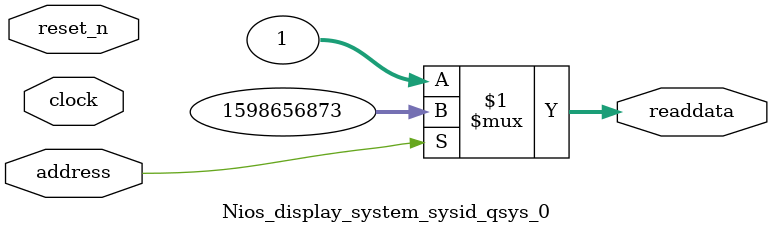
<source format=v>



// synthesis translate_off
`timescale 1ns / 1ps
// synthesis translate_on

// turn off superfluous verilog processor warnings 
// altera message_level Level1 
// altera message_off 10034 10035 10036 10037 10230 10240 10030 

module Nios_display_system_sysid_qsys_0 (
               // inputs:
                address,
                clock,
                reset_n,

               // outputs:
                readdata
             )
;

  output  [ 31: 0] readdata;
  input            address;
  input            clock;
  input            reset_n;

  wire    [ 31: 0] readdata;
  //control_slave, which is an e_avalon_slave
  assign readdata = address ? 1598656873 : 1;

endmodule



</source>
